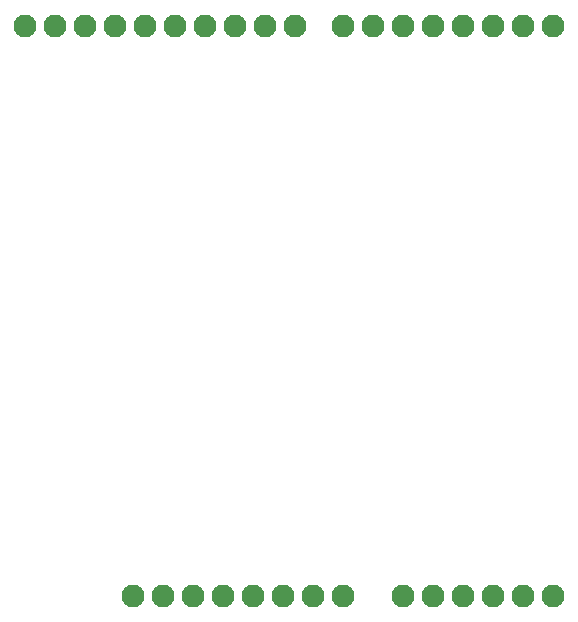
<source format=gts>
G04 MADE WITH FRITZING*
G04 WWW.FRITZING.ORG*
G04 DOUBLE SIDED*
G04 HOLES PLATED*
G04 CONTOUR ON CENTER OF CONTOUR VECTOR*
%ASAXBY*%
%FSLAX23Y23*%
%MOIN*%
%OFA0B0*%
%SFA1.0B1.0*%
%ADD10C,0.076194*%
%ADD11C,0.076222*%
%LNMASK1*%
G90*
G70*
G54D10*
X2103Y111D03*
X2203Y111D03*
X2303Y111D03*
X2403Y111D03*
X2503Y111D03*
G54D11*
X1643Y2011D03*
X1543Y2011D03*
X1443Y2011D03*
X1343Y2011D03*
X1243Y2011D03*
X1143Y2011D03*
X1043Y2011D03*
X943Y2011D03*
X843Y2011D03*
X743Y2011D03*
X2503Y2011D03*
X2403Y2011D03*
X2303Y2011D03*
X2203Y2011D03*
X2103Y2011D03*
X2003Y2011D03*
X1903Y2011D03*
X1803Y2011D03*
G54D10*
X1203Y111D03*
X1103Y111D03*
X1303Y111D03*
X1403Y111D03*
X1503Y111D03*
X1603Y111D03*
X1703Y111D03*
X1803Y111D03*
X2003Y111D03*
G04 End of Mask1*
M02*
</source>
